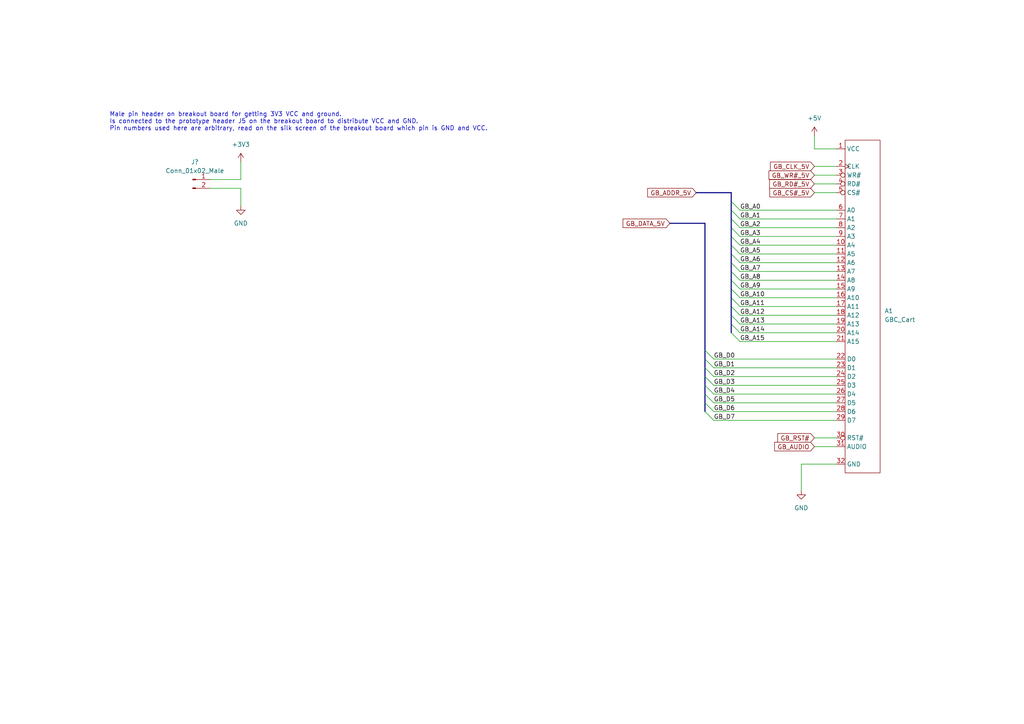
<source format=kicad_sch>
(kicad_sch (version 20211123) (generator eeschema)

  (uuid 369cc968-633b-4660-ba3c-91933ecd848b)

  (paper "A4")

  (title_block
    (title "Power and connectors")
  )

  (lib_symbols
    (symbol "Boards:GBC_Cart" (in_bom no) (on_board yes)
      (property "Reference" "A" (id 0) (at -10.16 13.97 0)
        (effects (font (size 1.27 1.27)))
      )
      (property "Value" "GBC_Cart" (id 1) (at -6.35 11.43 0)
        (effects (font (size 1.27 1.27)))
      )
      (property "Footprint" "Boards:GBC_Cart" (id 2) (at -2.54 8.89 0)
        (effects (font (size 1.27 1.27)) hide)
      )
      (property "Datasheet" "" (id 3) (at -24.13 -36.83 0)
        (effects (font (size 1.27 1.27)) hide)
      )
      (property "ki_keywords" "board gameboy cart cartridge" (id 4) (at 0 0 0)
        (effects (font (size 1.27 1.27)) hide)
      )
      (property "ki_description" "Base board outline and connector pads for GameBoy Color cartridge" (id 5) (at 0 0 0)
        (effects (font (size 1.27 1.27)) hide)
      )
      (symbol "GBC_Cart_0_1"
        (rectangle (start -21.59 54.61) (end -11.43 -41.91)
          (stroke (width 0) (type default) (color 0 0 0 0))
          (fill (type none))
        )
      )
      (symbol "GBC_Cart_1_1"
        (pin power_in line (at -24.13 52.07 0) (length 2.54)
          (name "VCC" (effects (font (size 1.27 1.27))))
          (number "1" (effects (font (size 1.27 1.27))))
        )
        (pin input line (at -24.13 24.13 0) (length 2.54)
          (name "A4" (effects (font (size 1.27 1.27))))
          (number "10" (effects (font (size 1.27 1.27))))
        )
        (pin input line (at -24.13 21.59 0) (length 2.54)
          (name "A5" (effects (font (size 1.27 1.27))))
          (number "11" (effects (font (size 1.27 1.27))))
        )
        (pin input line (at -24.13 19.05 0) (length 2.54)
          (name "A6" (effects (font (size 1.27 1.27))))
          (number "12" (effects (font (size 1.27 1.27))))
        )
        (pin input line (at -24.13 16.51 0) (length 2.54)
          (name "A7" (effects (font (size 1.27 1.27))))
          (number "13" (effects (font (size 1.27 1.27))))
        )
        (pin input line (at -24.13 13.97 0) (length 2.54)
          (name "A8" (effects (font (size 1.27 1.27))))
          (number "14" (effects (font (size 1.27 1.27))))
        )
        (pin input line (at -24.13 11.43 0) (length 2.54)
          (name "A9" (effects (font (size 1.27 1.27))))
          (number "15" (effects (font (size 1.27 1.27))))
        )
        (pin input line (at -24.13 8.89 0) (length 2.54)
          (name "A10" (effects (font (size 1.27 1.27))))
          (number "16" (effects (font (size 1.27 1.27))))
        )
        (pin input line (at -24.13 6.35 0) (length 2.54)
          (name "A11" (effects (font (size 1.27 1.27))))
          (number "17" (effects (font (size 1.27 1.27))))
        )
        (pin input line (at -24.13 3.81 0) (length 2.54)
          (name "A12" (effects (font (size 1.27 1.27))))
          (number "18" (effects (font (size 1.27 1.27))))
        )
        (pin input line (at -24.13 1.27 0) (length 2.54)
          (name "A13" (effects (font (size 1.27 1.27))))
          (number "19" (effects (font (size 1.27 1.27))))
        )
        (pin input clock (at -24.13 46.99 0) (length 2.54)
          (name "CLK" (effects (font (size 1.27 1.27))))
          (number "2" (effects (font (size 1.27 1.27))))
        )
        (pin input line (at -24.13 -1.27 0) (length 2.54)
          (name "A14" (effects (font (size 1.27 1.27))))
          (number "20" (effects (font (size 1.27 1.27))))
        )
        (pin input line (at -24.13 -3.81 0) (length 2.54)
          (name "A15" (effects (font (size 1.27 1.27))))
          (number "21" (effects (font (size 1.27 1.27))))
        )
        (pin bidirectional line (at -24.13 -8.89 0) (length 2.54)
          (name "D0" (effects (font (size 1.27 1.27))))
          (number "22" (effects (font (size 1.27 1.27))))
        )
        (pin bidirectional line (at -24.13 -11.43 0) (length 2.54)
          (name "D1" (effects (font (size 1.27 1.27))))
          (number "23" (effects (font (size 1.27 1.27))))
        )
        (pin bidirectional line (at -24.13 -13.97 0) (length 2.54)
          (name "D2" (effects (font (size 1.27 1.27))))
          (number "24" (effects (font (size 1.27 1.27))))
        )
        (pin bidirectional line (at -24.13 -16.51 0) (length 2.54)
          (name "D3" (effects (font (size 1.27 1.27))))
          (number "25" (effects (font (size 1.27 1.27))))
        )
        (pin bidirectional line (at -24.13 -19.05 0) (length 2.54)
          (name "D4" (effects (font (size 1.27 1.27))))
          (number "26" (effects (font (size 1.27 1.27))))
        )
        (pin bidirectional line (at -24.13 -21.59 0) (length 2.54)
          (name "D5" (effects (font (size 1.27 1.27))))
          (number "27" (effects (font (size 1.27 1.27))))
        )
        (pin bidirectional line (at -24.13 -24.13 0) (length 2.54)
          (name "D6" (effects (font (size 1.27 1.27))))
          (number "28" (effects (font (size 1.27 1.27))))
        )
        (pin bidirectional line (at -24.13 -26.67 0) (length 2.54)
          (name "D7" (effects (font (size 1.27 1.27))))
          (number "29" (effects (font (size 1.27 1.27))))
        )
        (pin input inverted (at -24.13 44.45 0) (length 2.54)
          (name "WR#" (effects (font (size 1.27 1.27))))
          (number "3" (effects (font (size 1.27 1.27))))
        )
        (pin output inverted (at -24.13 -31.75 0) (length 2.54)
          (name "RST#" (effects (font (size 1.27 1.27))))
          (number "30" (effects (font (size 1.27 1.27))))
        )
        (pin output line (at -24.13 -34.29 0) (length 2.54)
          (name "AUDIO" (effects (font (size 1.27 1.27))))
          (number "31" (effects (font (size 1.27 1.27))))
        )
        (pin power_in line (at -24.13 -39.37 0) (length 2.54)
          (name "GND" (effects (font (size 1.27 1.27))))
          (number "32" (effects (font (size 1.27 1.27))))
        )
        (pin input inverted (at -24.13 41.91 0) (length 2.54)
          (name "RD#" (effects (font (size 1.27 1.27))))
          (number "4" (effects (font (size 1.27 1.27))))
        )
        (pin input inverted (at -24.13 39.37 0) (length 2.54)
          (name "CS#" (effects (font (size 1.27 1.27))))
          (number "5" (effects (font (size 1.27 1.27))))
        )
        (pin input line (at -24.13 34.29 0) (length 2.54)
          (name "A0" (effects (font (size 1.27 1.27))))
          (number "6" (effects (font (size 1.27 1.27))))
        )
        (pin input line (at -24.13 31.75 0) (length 2.54)
          (name "A1" (effects (font (size 1.27 1.27))))
          (number "7" (effects (font (size 1.27 1.27))))
        )
        (pin input line (at -24.13 29.21 0) (length 2.54)
          (name "A2" (effects (font (size 1.27 1.27))))
          (number "8" (effects (font (size 1.27 1.27))))
        )
        (pin input line (at -24.13 26.67 0) (length 2.54)
          (name "A3" (effects (font (size 1.27 1.27))))
          (number "9" (effects (font (size 1.27 1.27))))
        )
      )
    )
    (symbol "Connector:Conn_01x02_Male" (pin_names (offset 1.016) hide) (in_bom yes) (on_board yes)
      (property "Reference" "J" (id 0) (at 0 2.54 0)
        (effects (font (size 1.27 1.27)))
      )
      (property "Value" "Conn_01x02_Male" (id 1) (at 0 -5.08 0)
        (effects (font (size 1.27 1.27)))
      )
      (property "Footprint" "" (id 2) (at 0 0 0)
        (effects (font (size 1.27 1.27)) hide)
      )
      (property "Datasheet" "~" (id 3) (at 0 0 0)
        (effects (font (size 1.27 1.27)) hide)
      )
      (property "ki_keywords" "connector" (id 4) (at 0 0 0)
        (effects (font (size 1.27 1.27)) hide)
      )
      (property "ki_description" "Generic connector, single row, 01x02, script generated (kicad-library-utils/schlib/autogen/connector/)" (id 5) (at 0 0 0)
        (effects (font (size 1.27 1.27)) hide)
      )
      (property "ki_fp_filters" "Connector*:*_1x??_*" (id 6) (at 0 0 0)
        (effects (font (size 1.27 1.27)) hide)
      )
      (symbol "Conn_01x02_Male_1_1"
        (polyline
          (pts
            (xy 1.27 -2.54)
            (xy 0.8636 -2.54)
          )
          (stroke (width 0.1524) (type default) (color 0 0 0 0))
          (fill (type none))
        )
        (polyline
          (pts
            (xy 1.27 0)
            (xy 0.8636 0)
          )
          (stroke (width 0.1524) (type default) (color 0 0 0 0))
          (fill (type none))
        )
        (rectangle (start 0.8636 -2.413) (end 0 -2.667)
          (stroke (width 0.1524) (type default) (color 0 0 0 0))
          (fill (type outline))
        )
        (rectangle (start 0.8636 0.127) (end 0 -0.127)
          (stroke (width 0.1524) (type default) (color 0 0 0 0))
          (fill (type outline))
        )
        (pin passive line (at 5.08 0 180) (length 3.81)
          (name "Pin_1" (effects (font (size 1.27 1.27))))
          (number "1" (effects (font (size 1.27 1.27))))
        )
        (pin passive line (at 5.08 -2.54 180) (length 3.81)
          (name "Pin_2" (effects (font (size 1.27 1.27))))
          (number "2" (effects (font (size 1.27 1.27))))
        )
      )
    )
    (symbol "power:+3V3" (power) (pin_names (offset 0)) (in_bom yes) (on_board yes)
      (property "Reference" "#PWR" (id 0) (at 0 -3.81 0)
        (effects (font (size 1.27 1.27)) hide)
      )
      (property "Value" "+3V3" (id 1) (at 0 3.556 0)
        (effects (font (size 1.27 1.27)))
      )
      (property "Footprint" "" (id 2) (at 0 0 0)
        (effects (font (size 1.27 1.27)) hide)
      )
      (property "Datasheet" "" (id 3) (at 0 0 0)
        (effects (font (size 1.27 1.27)) hide)
      )
      (property "ki_keywords" "power-flag" (id 4) (at 0 0 0)
        (effects (font (size 1.27 1.27)) hide)
      )
      (property "ki_description" "Power symbol creates a global label with name \"+3V3\"" (id 5) (at 0 0 0)
        (effects (font (size 1.27 1.27)) hide)
      )
      (symbol "+3V3_0_1"
        (polyline
          (pts
            (xy -0.762 1.27)
            (xy 0 2.54)
          )
          (stroke (width 0) (type default) (color 0 0 0 0))
          (fill (type none))
        )
        (polyline
          (pts
            (xy 0 0)
            (xy 0 2.54)
          )
          (stroke (width 0) (type default) (color 0 0 0 0))
          (fill (type none))
        )
        (polyline
          (pts
            (xy 0 2.54)
            (xy 0.762 1.27)
          )
          (stroke (width 0) (type default) (color 0 0 0 0))
          (fill (type none))
        )
      )
      (symbol "+3V3_1_1"
        (pin power_in line (at 0 0 90) (length 0) hide
          (name "+3V3" (effects (font (size 1.27 1.27))))
          (number "1" (effects (font (size 1.27 1.27))))
        )
      )
    )
    (symbol "power:+5V" (power) (pin_names (offset 0)) (in_bom yes) (on_board yes)
      (property "Reference" "#PWR" (id 0) (at 0 -3.81 0)
        (effects (font (size 1.27 1.27)) hide)
      )
      (property "Value" "+5V" (id 1) (at 0 3.556 0)
        (effects (font (size 1.27 1.27)))
      )
      (property "Footprint" "" (id 2) (at 0 0 0)
        (effects (font (size 1.27 1.27)) hide)
      )
      (property "Datasheet" "" (id 3) (at 0 0 0)
        (effects (font (size 1.27 1.27)) hide)
      )
      (property "ki_keywords" "power-flag" (id 4) (at 0 0 0)
        (effects (font (size 1.27 1.27)) hide)
      )
      (property "ki_description" "Power symbol creates a global label with name \"+5V\"" (id 5) (at 0 0 0)
        (effects (font (size 1.27 1.27)) hide)
      )
      (symbol "+5V_0_1"
        (polyline
          (pts
            (xy -0.762 1.27)
            (xy 0 2.54)
          )
          (stroke (width 0) (type default) (color 0 0 0 0))
          (fill (type none))
        )
        (polyline
          (pts
            (xy 0 0)
            (xy 0 2.54)
          )
          (stroke (width 0) (type default) (color 0 0 0 0))
          (fill (type none))
        )
        (polyline
          (pts
            (xy 0 2.54)
            (xy 0.762 1.27)
          )
          (stroke (width 0) (type default) (color 0 0 0 0))
          (fill (type none))
        )
      )
      (symbol "+5V_1_1"
        (pin power_in line (at 0 0 90) (length 0) hide
          (name "+5V" (effects (font (size 1.27 1.27))))
          (number "1" (effects (font (size 1.27 1.27))))
        )
      )
    )
    (symbol "power:GND" (power) (pin_names (offset 0)) (in_bom yes) (on_board yes)
      (property "Reference" "#PWR" (id 0) (at 0 -6.35 0)
        (effects (font (size 1.27 1.27)) hide)
      )
      (property "Value" "GND" (id 1) (at 0 -3.81 0)
        (effects (font (size 1.27 1.27)))
      )
      (property "Footprint" "" (id 2) (at 0 0 0)
        (effects (font (size 1.27 1.27)) hide)
      )
      (property "Datasheet" "" (id 3) (at 0 0 0)
        (effects (font (size 1.27 1.27)) hide)
      )
      (property "ki_keywords" "power-flag" (id 4) (at 0 0 0)
        (effects (font (size 1.27 1.27)) hide)
      )
      (property "ki_description" "Power symbol creates a global label with name \"GND\" , ground" (id 5) (at 0 0 0)
        (effects (font (size 1.27 1.27)) hide)
      )
      (symbol "GND_0_1"
        (polyline
          (pts
            (xy 0 0)
            (xy 0 -1.27)
            (xy 1.27 -1.27)
            (xy 0 -2.54)
            (xy -1.27 -1.27)
            (xy 0 -1.27)
          )
          (stroke (width 0) (type default) (color 0 0 0 0))
          (fill (type none))
        )
      )
      (symbol "GND_1_1"
        (pin power_in line (at 0 0 270) (length 0) hide
          (name "GND" (effects (font (size 1.27 1.27))))
          (number "1" (effects (font (size 1.27 1.27))))
        )
      )
    )
  )


  (bus_entry (at 212.09 68.58) (size 2.54 2.54)
    (stroke (width 0) (type default) (color 0 0 0 0))
    (uuid 189cc7f3-09c1-4fe7-b067-995a8c0dc887)
  )
  (bus_entry (at 212.09 71.12) (size 2.54 2.54)
    (stroke (width 0) (type default) (color 0 0 0 0))
    (uuid 279b20d8-d318-4f19-91b8-e9ef5a8cc984)
  )
  (bus_entry (at 212.09 76.2) (size 2.54 2.54)
    (stroke (width 0) (type default) (color 0 0 0 0))
    (uuid 2ac83227-8cc0-4acd-acac-a3d18b94a2e0)
  )
  (bus_entry (at 212.09 86.36) (size 2.54 2.54)
    (stroke (width 0) (type default) (color 0 0 0 0))
    (uuid 3aeb9a26-4391-42fa-8adb-fc6da13d385a)
  )
  (bus_entry (at 212.09 91.44) (size 2.54 2.54)
    (stroke (width 0) (type default) (color 0 0 0 0))
    (uuid 5673b53a-d040-4073-96d2-51c2d4442ec3)
  )
  (bus_entry (at 212.09 58.42) (size 2.54 2.54)
    (stroke (width 0) (type default) (color 0 0 0 0))
    (uuid 5a26626b-ab19-4a1d-bc9e-394684fa9050)
  )
  (bus_entry (at 212.09 78.74) (size 2.54 2.54)
    (stroke (width 0) (type default) (color 0 0 0 0))
    (uuid 5c5767c8-6ece-461d-a7ae-632471adcfac)
  )
  (bus_entry (at 204.47 116.84) (size 2.54 2.54)
    (stroke (width 0) (type default) (color 0 0 0 0))
    (uuid 61f4b4d5-859d-4e13-892b-d95d814c09c3)
  )
  (bus_entry (at 212.09 73.66) (size 2.54 2.54)
    (stroke (width 0) (type default) (color 0 0 0 0))
    (uuid 65161cfc-f720-40d1-91af-0796129937c6)
  )
  (bus_entry (at 212.09 93.98) (size 2.54 2.54)
    (stroke (width 0) (type default) (color 0 0 0 0))
    (uuid 7243bf18-7a8f-4819-8bff-e96fd8abeb6c)
  )
  (bus_entry (at 212.09 83.82) (size 2.54 2.54)
    (stroke (width 0) (type default) (color 0 0 0 0))
    (uuid 7d7ceac9-ef7a-41c5-b2f7-18452ec48f39)
  )
  (bus_entry (at 212.09 88.9) (size 2.54 2.54)
    (stroke (width 0) (type default) (color 0 0 0 0))
    (uuid 8a7a27a0-3fe7-4480-bfa0-9140a49373f8)
  )
  (bus_entry (at 204.47 119.38) (size 2.54 2.54)
    (stroke (width 0) (type default) (color 0 0 0 0))
    (uuid 993a02fe-c80f-429c-b2ea-1e6e9cf250bd)
  )
  (bus_entry (at 204.47 109.22) (size 2.54 2.54)
    (stroke (width 0) (type default) (color 0 0 0 0))
    (uuid 9d4b867b-ba54-4a6f-8898-7205dad65688)
  )
  (bus_entry (at 212.09 63.5) (size 2.54 2.54)
    (stroke (width 0) (type default) (color 0 0 0 0))
    (uuid a18824d0-1625-4f69-a4af-0db0cfa90a3a)
  )
  (bus_entry (at 204.47 101.6) (size 2.54 2.54)
    (stroke (width 0) (type default) (color 0 0 0 0))
    (uuid b7160c34-8fc6-4e86-81e9-5fd054305f0a)
  )
  (bus_entry (at 204.47 111.76) (size 2.54 2.54)
    (stroke (width 0) (type default) (color 0 0 0 0))
    (uuid ca42af2b-bb9a-44af-b951-3c118553b194)
  )
  (bus_entry (at 204.47 104.14) (size 2.54 2.54)
    (stroke (width 0) (type default) (color 0 0 0 0))
    (uuid df11e14a-ff27-40ff-b31f-4660e8908346)
  )
  (bus_entry (at 204.47 114.3) (size 2.54 2.54)
    (stroke (width 0) (type default) (color 0 0 0 0))
    (uuid e008ee04-c1ce-495c-b5e5-c04a52a5e95d)
  )
  (bus_entry (at 212.09 66.04) (size 2.54 2.54)
    (stroke (width 0) (type default) (color 0 0 0 0))
    (uuid e3e2bc70-1c2f-49c1-9ca6-87ad997d755e)
  )
  (bus_entry (at 212.09 60.96) (size 2.54 2.54)
    (stroke (width 0) (type default) (color 0 0 0 0))
    (uuid e55fc8f4-000e-41d0-87b0-8a07ee30e260)
  )
  (bus_entry (at 212.09 81.28) (size 2.54 2.54)
    (stroke (width 0) (type default) (color 0 0 0 0))
    (uuid e5d5701e-9019-4e70-8347-3b99493f8c16)
  )
  (bus_entry (at 212.09 96.52) (size 2.54 2.54)
    (stroke (width 0) (type default) (color 0 0 0 0))
    (uuid f6e30ac7-4dd1-45ee-a66d-71c2f70431f2)
  )
  (bus_entry (at 204.47 106.68) (size 2.54 2.54)
    (stroke (width 0) (type default) (color 0 0 0 0))
    (uuid f97b1e52-a153-4426-8ba8-058854b1548d)
  )

  (wire (pts (xy 236.22 127) (xy 242.57 127))
    (stroke (width 0) (type default) (color 0 0 0 0))
    (uuid 013b7c87-c907-42e0-b3a6-15ba4e39ce5d)
  )
  (wire (pts (xy 214.63 66.04) (xy 242.57 66.04))
    (stroke (width 0) (type default) (color 0 0 0 0))
    (uuid 02a78575-7db5-42b8-b68f-7747811548b3)
  )
  (wire (pts (xy 60.96 54.61) (xy 69.85 54.61))
    (stroke (width 0) (type default) (color 0 0 0 0))
    (uuid 049ef857-3c89-4833-b2ea-1d8bad1353ae)
  )
  (wire (pts (xy 207.01 114.3) (xy 242.57 114.3))
    (stroke (width 0) (type default) (color 0 0 0 0))
    (uuid 071164c1-bf7d-4ed3-9140-2c99f44046f7)
  )
  (bus (pts (xy 204.47 116.84) (xy 204.47 119.38))
    (stroke (width 0) (type default) (color 0 0 0 0))
    (uuid 0cb3c3c2-4673-4aac-bb41-1e4bf896d006)
  )
  (bus (pts (xy 212.09 58.42) (xy 212.09 55.88))
    (stroke (width 0) (type default) (color 0 0 0 0))
    (uuid 10561ca9-9583-47a9-8cfc-b3260cfe21a2)
  )

  (wire (pts (xy 214.63 71.12) (xy 242.57 71.12))
    (stroke (width 0) (type default) (color 0 0 0 0))
    (uuid 13bed169-d601-4535-b9b3-70c100d0ce72)
  )
  (bus (pts (xy 212.09 83.82) (xy 212.09 81.28))
    (stroke (width 0) (type default) (color 0 0 0 0))
    (uuid 190d7114-07fb-412b-a815-18a3190f1799)
  )

  (wire (pts (xy 207.01 116.84) (xy 242.57 116.84))
    (stroke (width 0) (type default) (color 0 0 0 0))
    (uuid 1c99845d-a581-4e13-848c-c6a44db45ac9)
  )
  (wire (pts (xy 214.63 86.36) (xy 242.57 86.36))
    (stroke (width 0) (type default) (color 0 0 0 0))
    (uuid 28b82cda-5b04-431f-8775-88b21393bff1)
  )
  (wire (pts (xy 214.63 63.5) (xy 242.57 63.5))
    (stroke (width 0) (type default) (color 0 0 0 0))
    (uuid 2d0e86c6-b53e-46c0-a255-5a8922ed5d68)
  )
  (wire (pts (xy 232.41 142.24) (xy 232.41 134.62))
    (stroke (width 0) (type default) (color 0 0 0 0))
    (uuid 2eb5f7a7-99e8-4a98-8359-8a667efd01b8)
  )
  (bus (pts (xy 204.47 104.14) (xy 204.47 106.68))
    (stroke (width 0) (type default) (color 0 0 0 0))
    (uuid 31e413cb-65f5-47e4-8bca-b43bdaa08667)
  )
  (bus (pts (xy 194.31 64.77) (xy 204.47 64.77))
    (stroke (width 0) (type default) (color 0 0 0 0))
    (uuid 3c15d4cd-754f-4ed5-bacc-37912fc2ca3c)
  )

  (wire (pts (xy 60.96 52.07) (xy 69.85 52.07))
    (stroke (width 0) (type default) (color 0 0 0 0))
    (uuid 41178b73-918c-4674-b2ab-ee1239281777)
  )
  (bus (pts (xy 204.47 114.3) (xy 204.47 116.84))
    (stroke (width 0) (type default) (color 0 0 0 0))
    (uuid 41375ae9-c16e-4771-b74c-77db561461b8)
  )

  (wire (pts (xy 214.63 91.44) (xy 242.57 91.44))
    (stroke (width 0) (type default) (color 0 0 0 0))
    (uuid 4ad3fe2f-a887-486f-bef1-7d51da6b9c73)
  )
  (bus (pts (xy 212.09 76.2) (xy 212.09 73.66))
    (stroke (width 0) (type default) (color 0 0 0 0))
    (uuid 5379aab7-cd68-45f4-858f-7b5de3c34172)
  )
  (bus (pts (xy 204.47 106.68) (xy 204.47 109.22))
    (stroke (width 0) (type default) (color 0 0 0 0))
    (uuid 54a365a4-d204-4f90-93d0-9425df84c156)
  )

  (wire (pts (xy 236.22 43.18) (xy 236.22 39.37))
    (stroke (width 0) (type default) (color 0 0 0 0))
    (uuid 5b228b23-edaa-4982-977a-4210fe50ee48)
  )
  (wire (pts (xy 207.01 104.14) (xy 242.57 104.14))
    (stroke (width 0) (type default) (color 0 0 0 0))
    (uuid 5b638735-b31a-4fd9-92bc-e18790244cf2)
  )
  (bus (pts (xy 204.47 111.76) (xy 204.47 114.3))
    (stroke (width 0) (type default) (color 0 0 0 0))
    (uuid 5b6f9dc1-a612-4287-bb83-f9f280e4fe3a)
  )
  (bus (pts (xy 212.09 86.36) (xy 212.09 83.82))
    (stroke (width 0) (type default) (color 0 0 0 0))
    (uuid 5e1a973a-35b5-42fa-b314-a9318fb15efb)
  )

  (wire (pts (xy 214.63 83.82) (xy 242.57 83.82))
    (stroke (width 0) (type default) (color 0 0 0 0))
    (uuid 64bcdaa0-37df-49fb-a65d-03d7c958fad0)
  )
  (bus (pts (xy 212.09 58.42) (xy 212.09 60.96))
    (stroke (width 0) (type default) (color 0 0 0 0))
    (uuid 6d7e36fa-67c4-434d-bb0c-e515a8462182)
  )
  (bus (pts (xy 204.47 64.77) (xy 204.47 101.6))
    (stroke (width 0) (type default) (color 0 0 0 0))
    (uuid 6db914fb-071d-40fa-928d-01bd694f5eb5)
  )

  (wire (pts (xy 214.63 68.58) (xy 242.57 68.58))
    (stroke (width 0) (type default) (color 0 0 0 0))
    (uuid 75075693-98f2-442e-b80d-8c6e023df80f)
  )
  (wire (pts (xy 214.63 73.66) (xy 242.57 73.66))
    (stroke (width 0) (type default) (color 0 0 0 0))
    (uuid 7870151f-1d4e-49f0-bbff-fc3994227d82)
  )
  (wire (pts (xy 214.63 76.2) (xy 242.57 76.2))
    (stroke (width 0) (type default) (color 0 0 0 0))
    (uuid 7cf5d48a-94f1-486f-8405-7a6c9ed68130)
  )
  (bus (pts (xy 201.93 55.88) (xy 212.09 55.88))
    (stroke (width 0) (type default) (color 0 0 0 0))
    (uuid 7dcf5f39-a563-455d-a782-21e9e2a00f00)
  )
  (bus (pts (xy 212.09 93.98) (xy 212.09 91.44))
    (stroke (width 0) (type default) (color 0 0 0 0))
    (uuid 803269f3-fdcf-4e2c-8c39-f410130983ea)
  )
  (bus (pts (xy 212.09 63.5) (xy 212.09 60.96))
    (stroke (width 0) (type default) (color 0 0 0 0))
    (uuid 8f4966ab-91bc-4905-aa7b-22b57538e203)
  )

  (wire (pts (xy 236.22 48.26) (xy 242.57 48.26))
    (stroke (width 0) (type default) (color 0 0 0 0))
    (uuid 927e537a-53a9-4293-9f95-c81dd9b4abd1)
  )
  (bus (pts (xy 212.09 71.12) (xy 212.09 68.58))
    (stroke (width 0) (type default) (color 0 0 0 0))
    (uuid 985d3db2-1241-4cda-bf07-1a70c52c965d)
  )

  (wire (pts (xy 214.63 93.98) (xy 242.57 93.98))
    (stroke (width 0) (type default) (color 0 0 0 0))
    (uuid 9875d949-0e86-41a5-ba9d-e33e461da157)
  )
  (wire (pts (xy 69.85 46.99) (xy 69.85 52.07))
    (stroke (width 0) (type default) (color 0 0 0 0))
    (uuid 98dbc464-dfb3-4825-a944-25fa2763c08d)
  )
  (wire (pts (xy 207.01 109.22) (xy 242.57 109.22))
    (stroke (width 0) (type default) (color 0 0 0 0))
    (uuid a05d757a-52fa-4ced-b593-5dee6ce0030e)
  )
  (bus (pts (xy 212.09 68.58) (xy 212.09 66.04))
    (stroke (width 0) (type default) (color 0 0 0 0))
    (uuid a0cda999-14b5-4968-84b0-b92f80056d70)
  )

  (wire (pts (xy 242.57 43.18) (xy 236.22 43.18))
    (stroke (width 0) (type default) (color 0 0 0 0))
    (uuid ac3bc0b0-6840-4e70-aca3-c6d5cea22fbe)
  )
  (bus (pts (xy 212.09 96.52) (xy 212.09 93.98))
    (stroke (width 0) (type default) (color 0 0 0 0))
    (uuid ae64d8f3-440f-464e-a782-a7746ec37dd6)
  )

  (wire (pts (xy 236.22 129.54) (xy 242.57 129.54))
    (stroke (width 0) (type default) (color 0 0 0 0))
    (uuid b0f9c030-77f6-4d5b-8bce-d8f2fb79106b)
  )
  (wire (pts (xy 236.22 53.34) (xy 242.57 53.34))
    (stroke (width 0) (type default) (color 0 0 0 0))
    (uuid b1893ef8-f675-43fc-be99-cd2507bca312)
  )
  (wire (pts (xy 232.41 134.62) (xy 242.57 134.62))
    (stroke (width 0) (type default) (color 0 0 0 0))
    (uuid b9d70f34-7c64-45b3-8f3b-92179356ed44)
  )
  (wire (pts (xy 214.63 96.52) (xy 242.57 96.52))
    (stroke (width 0) (type default) (color 0 0 0 0))
    (uuid bd094400-6e7e-40c8-88aa-eefd812e39cc)
  )
  (wire (pts (xy 207.01 119.38) (xy 242.57 119.38))
    (stroke (width 0) (type default) (color 0 0 0 0))
    (uuid c5fdb7ac-85a3-4be1-b56e-f814f5544cbf)
  )
  (wire (pts (xy 207.01 106.68) (xy 242.57 106.68))
    (stroke (width 0) (type default) (color 0 0 0 0))
    (uuid c6f761ae-aec8-47bd-a15b-96aadd04470f)
  )
  (wire (pts (xy 214.63 81.28) (xy 242.57 81.28))
    (stroke (width 0) (type default) (color 0 0 0 0))
    (uuid cb5d7037-f21a-4307-aa04-4346c96d8d98)
  )
  (wire (pts (xy 214.63 60.96) (xy 242.57 60.96))
    (stroke (width 0) (type default) (color 0 0 0 0))
    (uuid d0e2e579-ba89-4c09-a8aa-3b54a204c6cb)
  )
  (wire (pts (xy 214.63 99.06) (xy 242.57 99.06))
    (stroke (width 0) (type default) (color 0 0 0 0))
    (uuid d10da399-dc95-4e04-891a-cdb595bc9941)
  )
  (wire (pts (xy 236.22 55.88) (xy 242.57 55.88))
    (stroke (width 0) (type default) (color 0 0 0 0))
    (uuid d2b1d928-0541-4447-a1d3-e6662258fd60)
  )
  (wire (pts (xy 236.22 50.8) (xy 242.57 50.8))
    (stroke (width 0) (type default) (color 0 0 0 0))
    (uuid d3107ef1-89b4-4af8-8511-22495581a99a)
  )
  (wire (pts (xy 69.85 54.61) (xy 69.85 59.69))
    (stroke (width 0) (type default) (color 0 0 0 0))
    (uuid d423e15f-fdb6-4ef3-a443-9ebf933db9dd)
  )
  (bus (pts (xy 212.09 88.9) (xy 212.09 86.36))
    (stroke (width 0) (type default) (color 0 0 0 0))
    (uuid d6672546-926e-4d99-a993-c6b6f37774e9)
  )
  (bus (pts (xy 204.47 109.22) (xy 204.47 111.76))
    (stroke (width 0) (type default) (color 0 0 0 0))
    (uuid d9bd524f-215a-433c-b624-77986abb1695)
  )

  (wire (pts (xy 207.01 121.92) (xy 242.57 121.92))
    (stroke (width 0) (type default) (color 0 0 0 0))
    (uuid db6dfb9d-1c85-4320-aa35-be0adfb88dc5)
  )
  (bus (pts (xy 212.09 73.66) (xy 212.09 71.12))
    (stroke (width 0) (type default) (color 0 0 0 0))
    (uuid dfaf11c3-ace6-48e3-85bd-72137fc6f393)
  )
  (bus (pts (xy 204.47 101.6) (xy 204.47 104.14))
    (stroke (width 0) (type default) (color 0 0 0 0))
    (uuid e2c0bd34-a007-4c97-a33a-0c6afbd500c2)
  )
  (bus (pts (xy 212.09 78.74) (xy 212.09 76.2))
    (stroke (width 0) (type default) (color 0 0 0 0))
    (uuid e342030b-2c90-45a0-ac7b-6ae9e8e93fc9)
  )
  (bus (pts (xy 212.09 81.28) (xy 212.09 78.74))
    (stroke (width 0) (type default) (color 0 0 0 0))
    (uuid eb93759a-169f-422a-abb2-16305e980ce8)
  )

  (wire (pts (xy 214.63 78.74) (xy 242.57 78.74))
    (stroke (width 0) (type default) (color 0 0 0 0))
    (uuid ee4970b1-f439-4c11-9a72-4282be4dd4d3)
  )
  (wire (pts (xy 207.01 111.76) (xy 242.57 111.76))
    (stroke (width 0) (type default) (color 0 0 0 0))
    (uuid ef8a46f2-262c-4f9f-bf79-5c5dd099886e)
  )
  (wire (pts (xy 214.63 88.9) (xy 242.57 88.9))
    (stroke (width 0) (type default) (color 0 0 0 0))
    (uuid efee7332-9835-44f9-a57f-afd8c41d7573)
  )
  (bus (pts (xy 212.09 66.04) (xy 212.09 63.5))
    (stroke (width 0) (type default) (color 0 0 0 0))
    (uuid f4b57b58-0f97-4ffe-bea4-426e488b450b)
  )
  (bus (pts (xy 212.09 91.44) (xy 212.09 88.9))
    (stroke (width 0) (type default) (color 0 0 0 0))
    (uuid f9567ec3-f634-4d7c-b0f0-bd718035527f)
  )

  (text "Male pin header on breakout board for getting 3V3 VCC and ground.\nIs connected to the prototype header J5 on the breakout board to distribute VCC and GND.\nPin numbers used here are arbitrary, read on the silk screen of the breakout board which pin is GND and VCC."
    (at 31.75 38.1 0)
    (effects (font (size 1.27 1.27)) (justify left bottom))
    (uuid 7f0062b4-e7f2-4234-af31-125472e340b7)
  )

  (label "GB_D1" (at 207.01 106.68 0)
    (effects (font (size 1.27 1.27)) (justify left bottom))
    (uuid 1db9304e-61da-427f-a7ce-ab4ee2317402)
  )
  (label "GB_D6" (at 207.01 119.38 0)
    (effects (font (size 1.27 1.27)) (justify left bottom))
    (uuid 237dc1d2-682d-40ec-8fd3-bcf1799cf1e0)
  )
  (label "GB_A2" (at 214.63 66.04 0)
    (effects (font (size 1.27 1.27)) (justify left bottom))
    (uuid 388dd820-af61-456b-8a43-9e20ab62bde4)
  )
  (label "GB_D0" (at 207.01 104.14 0)
    (effects (font (size 1.27 1.27)) (justify left bottom))
    (uuid 445cb79c-eaf1-4682-922d-a94ebab20842)
  )
  (label "GB_A4" (at 214.63 71.12 0)
    (effects (font (size 1.27 1.27)) (justify left bottom))
    (uuid 4ae01fd0-9f79-4c04-84d8-9c9191677419)
  )
  (label "GB_A11" (at 214.63 88.9 0)
    (effects (font (size 1.27 1.27)) (justify left bottom))
    (uuid 5413cfb2-f01c-497a-8227-7c9b29df3e1a)
  )
  (label "GB_D7" (at 207.01 121.92 0)
    (effects (font (size 1.27 1.27)) (justify left bottom))
    (uuid 5b43f371-ac2c-4267-a700-0d40a5329d4e)
  )
  (label "GB_A10" (at 214.63 86.36 0)
    (effects (font (size 1.27 1.27)) (justify left bottom))
    (uuid 5bf402bc-325c-419f-adc4-479035655e2e)
  )
  (label "GB_A12" (at 214.63 91.44 0)
    (effects (font (size 1.27 1.27)) (justify left bottom))
    (uuid 5e8c482b-e1ba-450f-a13b-e28c39c6c078)
  )
  (label "GB_A14" (at 214.63 96.52 0)
    (effects (font (size 1.27 1.27)) (justify left bottom))
    (uuid 71c484e9-29b3-4751-97a3-726d1caef7aa)
  )
  (label "GB_A8" (at 214.63 81.28 0)
    (effects (font (size 1.27 1.27)) (justify left bottom))
    (uuid 887e4702-80ce-4ea5-a1ed-93a260ddaf3c)
  )
  (label "GB_D4" (at 207.01 114.3 0)
    (effects (font (size 1.27 1.27)) (justify left bottom))
    (uuid 93d59c39-5a13-4b1e-a364-b512752e523c)
  )
  (label "GB_D3" (at 207.01 111.76 0)
    (effects (font (size 1.27 1.27)) (justify left bottom))
    (uuid 99ea5ceb-ae4f-450a-b206-cf439badadc9)
  )
  (label "GB_A13" (at 214.63 93.98 0)
    (effects (font (size 1.27 1.27)) (justify left bottom))
    (uuid 9ae7e90e-6fd3-4b50-8a4d-be1c01d742b0)
  )
  (label "GB_A5" (at 214.63 73.66 0)
    (effects (font (size 1.27 1.27)) (justify left bottom))
    (uuid 9d28b25e-35fd-485d-b931-7a619bf63b98)
  )
  (label "GB_D5" (at 207.01 116.84 0)
    (effects (font (size 1.27 1.27)) (justify left bottom))
    (uuid a55f1041-5f6f-49a8-ba9c-386bf38dc5c6)
  )
  (label "GB_A7" (at 214.63 78.74 0)
    (effects (font (size 1.27 1.27)) (justify left bottom))
    (uuid aa76dff8-db34-41fa-9282-5a6d871ed5e3)
  )
  (label "GB_D2" (at 207.01 109.22 0)
    (effects (font (size 1.27 1.27)) (justify left bottom))
    (uuid b4b671df-f5de-4c07-a389-ed45d9f3361a)
  )
  (label "GB_A3" (at 214.63 68.58 0)
    (effects (font (size 1.27 1.27)) (justify left bottom))
    (uuid b78426fa-5b9a-4e01-9a5a-de73ef631531)
  )
  (label "GB_A9" (at 214.63 83.82 0)
    (effects (font (size 1.27 1.27)) (justify left bottom))
    (uuid be266a62-8ad5-4e3c-9ab2-ee49a89e752e)
  )
  (label "GB_A0" (at 214.63 60.96 0)
    (effects (font (size 1.27 1.27)) (justify left bottom))
    (uuid d73fa900-a60a-4e94-9a1a-764b631278b4)
  )
  (label "GB_A6" (at 214.63 76.2 0)
    (effects (font (size 1.27 1.27)) (justify left bottom))
    (uuid ed862a57-ca0d-47d2-bf60-40e28b3f20d6)
  )
  (label "GB_A1" (at 214.63 63.5 0)
    (effects (font (size 1.27 1.27)) (justify left bottom))
    (uuid ef148378-77e9-4694-8297-a5655c6353c6)
  )
  (label "GB_A15" (at 214.63 99.06 0)
    (effects (font (size 1.27 1.27)) (justify left bottom))
    (uuid febe179f-0aa3-412f-a0fa-2a4c9bcf4015)
  )

  (global_label "GB_CLK_5V" (shape input) (at 236.22 48.26 180) (fields_autoplaced)
    (effects (font (size 1.27 1.27)) (justify right))
    (uuid 1544bd86-3417-44f1-a543-3f1484cff4b7)
    (property "Intersheet References" "${INTERSHEET_REFS}" (id 0) (at 223.4655 48.1806 0)
      (effects (font (size 1.27 1.27)) (justify right) hide)
    )
  )
  (global_label "GB_RST#" (shape input) (at 236.22 127 180) (fields_autoplaced)
    (effects (font (size 1.27 1.27)) (justify right))
    (uuid 177eeabc-1672-4d37-87e3-540e9bb9a29f)
    (property "Intersheet References" "${INTERSHEET_REFS}" (id 0) (at 225.5821 126.9206 0)
      (effects (font (size 1.27 1.27)) (justify right) hide)
    )
  )
  (global_label "GB_RD#_5V" (shape input) (at 236.22 53.34 180) (fields_autoplaced)
    (effects (font (size 1.27 1.27)) (justify right))
    (uuid 2f7f4ed4-3df8-42c4-8c67-842e0153b7b0)
    (property "Intersheet References" "${INTERSHEET_REFS}" (id 0) (at 223.2236 53.2606 0)
      (effects (font (size 1.27 1.27)) (justify right) hide)
    )
  )
  (global_label "GB_ADDR_5V" (shape input) (at 201.93 55.88 180) (fields_autoplaced)
    (effects (font (size 1.27 1.27)) (justify right))
    (uuid 57a6191f-ae14-4a61-b092-6f468d1e32eb)
    (property "Intersheet References" "${INTERSHEET_REFS}" (id 0) (at 187.845 55.8006 0)
      (effects (font (size 1.27 1.27)) (justify right) hide)
    )
  )
  (global_label "GB_DATA_5V" (shape input) (at 194.31 64.77 180) (fields_autoplaced)
    (effects (font (size 1.27 1.27)) (justify right))
    (uuid 8d64b386-18de-42f5-bc32-b3927969cf8b)
    (property "Intersheet References" "${INTERSHEET_REFS}" (id 0) (at 180.7088 64.6906 0)
      (effects (font (size 1.27 1.27)) (justify right) hide)
    )
  )
  (global_label "GB_WR#_5V" (shape input) (at 236.22 50.8 180) (fields_autoplaced)
    (effects (font (size 1.27 1.27)) (justify right))
    (uuid deaaa64c-774c-4a24-93a6-a159e7ce6630)
    (property "Intersheet References" "${INTERSHEET_REFS}" (id 0) (at 223.0421 50.7206 0)
      (effects (font (size 1.27 1.27)) (justify right) hide)
    )
  )
  (global_label "GB_CS#_5V" (shape input) (at 236.22 55.88 180) (fields_autoplaced)
    (effects (font (size 1.27 1.27)) (justify right))
    (uuid e48c3466-8d60-48cc-aef1-63f647547dd7)
    (property "Intersheet References" "${INTERSHEET_REFS}" (id 0) (at 223.284 55.8006 0)
      (effects (font (size 1.27 1.27)) (justify right) hide)
    )
  )
  (global_label "GB_AUDIO" (shape input) (at 236.22 129.54 180) (fields_autoplaced)
    (effects (font (size 1.27 1.27)) (justify right))
    (uuid e882924e-f5e8-48b0-abbd-e9fe7c17405a)
    (property "Intersheet References" "${INTERSHEET_REFS}" (id 0) (at 224.675 129.4606 0)
      (effects (font (size 1.27 1.27)) (justify right) hide)
    )
  )

  (symbol (lib_id "Connector:Conn_01x02_Male") (at 55.88 52.07 0)
    (in_bom yes) (on_board yes) (fields_autoplaced)
    (uuid 1a03c680-6df4-4ad6-b0ee-2551be034eac)
    (property "Reference" "J?" (id 0) (at 56.515 46.99 0))
    (property "Value" "Conn_01x02_Male" (id 1) (at 56.515 49.53 0))
    (property "Footprint" "" (id 2) (at 55.88 52.07 0)
      (effects (font (size 1.27 1.27)) hide)
    )
    (property "Datasheet" "~" (id 3) (at 55.88 52.07 0)
      (effects (font (size 1.27 1.27)) hide)
    )
    (pin "1" (uuid 9a41df4f-21a0-4efa-a231-f46f4fadc7ae))
    (pin "2" (uuid 4a03f3db-5fbe-4bf4-a07b-aff4578351d7))
  )

  (symbol (lib_id "power:+3V3") (at 69.85 46.99 0)
    (in_bom yes) (on_board yes) (fields_autoplaced)
    (uuid 48f63417-89ea-43f1-bde1-be55b2c90123)
    (property "Reference" "#PWR?" (id 0) (at 69.85 50.8 0)
      (effects (font (size 1.27 1.27)) hide)
    )
    (property "Value" "+3V3" (id 1) (at 69.85 41.91 0))
    (property "Footprint" "" (id 2) (at 69.85 46.99 0)
      (effects (font (size 1.27 1.27)) hide)
    )
    (property "Datasheet" "" (id 3) (at 69.85 46.99 0)
      (effects (font (size 1.27 1.27)) hide)
    )
    (pin "1" (uuid e3bfc087-45ae-496a-99ff-63f3592591cb))
  )

  (symbol (lib_id "Boards:GBC_Cart") (at 266.7 95.25 0)
    (in_bom no) (on_board yes)
    (uuid 69b6419d-0162-44a2-b441-9c8586353b81)
    (property "Reference" "A1" (id 0) (at 256.54 90.17 0)
      (effects (font (size 1.27 1.27)) (justify left))
    )
    (property "Value" "GBC_Cart" (id 1) (at 256.54 92.71 0)
      (effects (font (size 1.27 1.27)) (justify left))
    )
    (property "Footprint" "Boards:GBC_Cart" (id 2) (at 288.29 91.44 0)
      (effects (font (size 1.27 1.27)) hide)
    )
    (property "Datasheet" "" (id 3) (at 266.7 55.88 0)
      (effects (font (size 1.27 1.27)) hide)
    )
    (pin "1" (uuid c7fb4052-b2f3-414b-9022-1002857c7b20))
    (pin "10" (uuid 0496a9a9-4976-47d0-86e5-c35954c5e21f))
    (pin "11" (uuid 8321672c-25ae-4398-afa7-d08b73771ecc))
    (pin "12" (uuid 30831786-e7f7-42ee-ace8-29c6b79d71c4))
    (pin "13" (uuid 2360c010-534d-4c2a-89a6-64ef80cfb306))
    (pin "14" (uuid 42371290-b9b7-45f4-bc3d-cf8270f4e19f))
    (pin "15" (uuid 71241d88-b593-454f-90e5-cfd0da28cf7b))
    (pin "16" (uuid 4e56bf3c-2877-4c28-9b22-d04b32fe82f0))
    (pin "17" (uuid f49dcc91-df9c-42de-9943-567417152e68))
    (pin "18" (uuid 92a5f72d-5831-4328-8d8e-9498995f2422))
    (pin "19" (uuid 68fb588a-137e-401e-bed7-d7a08b0bf568))
    (pin "2" (uuid ef25fc2d-4c35-420b-94d4-0d2b6fa4db34))
    (pin "20" (uuid 678554fc-78bb-46d3-be5b-a3bf047e2c40))
    (pin "21" (uuid e08a6d78-2708-4aa7-8d73-356cb6e05a23))
    (pin "22" (uuid 35c24190-7f97-4b69-a95d-58026fab6c5e))
    (pin "23" (uuid dffdb61d-28a7-4819-ac00-fa25fe25b206))
    (pin "24" (uuid 70dab9db-4af5-4615-856a-c09d7187fd2f))
    (pin "25" (uuid aaf335ae-e332-42de-9626-b7144d39b94b))
    (pin "26" (uuid c4cf7788-8baf-476f-addd-eb48d1a841ae))
    (pin "27" (uuid 01ec882e-a331-4ef2-af01-36650c584ad3))
    (pin "28" (uuid 2d256367-eaa1-4221-a4a3-5cfc99ef1837))
    (pin "29" (uuid 9bd41b84-e0a2-446f-9a79-6d1cc0de0b4d))
    (pin "3" (uuid cd176b25-5d92-420b-bdb1-a6dfcfb2fd5d))
    (pin "30" (uuid f7812310-0873-4d81-bd15-a48ac8ecd901))
    (pin "31" (uuid b1db7c52-b7be-4b26-85c8-19a9e40f526d))
    (pin "32" (uuid 4ba5f125-111d-4112-8b1b-4e16ac7d4acf))
    (pin "4" (uuid bbfbe284-5c76-4966-9a56-64d062d34ab1))
    (pin "5" (uuid a3dede9e-55e9-4378-8583-3222dc922540))
    (pin "6" (uuid 076cf6da-0066-4818-83c1-1007442ce550))
    (pin "7" (uuid 0ccfb86d-436b-4199-a4db-41204b7a0d1a))
    (pin "8" (uuid 0d9f07f0-2e24-438e-ba49-6feb500a0ae7))
    (pin "9" (uuid d27c02c2-9963-4a18-bee9-e6fa5328477e))
  )

  (symbol (lib_id "power:GND") (at 232.41 142.24 0)
    (in_bom yes) (on_board yes) (fields_autoplaced)
    (uuid 7cf6f9a0-0728-4a71-856e-276f9fc40dce)
    (property "Reference" "#PWR?" (id 0) (at 232.41 148.59 0)
      (effects (font (size 1.27 1.27)) hide)
    )
    (property "Value" "GND" (id 1) (at 232.41 147.32 0))
    (property "Footprint" "" (id 2) (at 232.41 142.24 0)
      (effects (font (size 1.27 1.27)) hide)
    )
    (property "Datasheet" "" (id 3) (at 232.41 142.24 0)
      (effects (font (size 1.27 1.27)) hide)
    )
    (pin "1" (uuid 72ec7b41-3374-4321-8763-a7236f020ef3))
  )

  (symbol (lib_id "power:+5V") (at 236.22 39.37 0)
    (in_bom yes) (on_board yes) (fields_autoplaced)
    (uuid b179704e-90e3-42d6-992f-4b76e42ab765)
    (property "Reference" "#PWR?" (id 0) (at 236.22 43.18 0)
      (effects (font (size 1.27 1.27)) hide)
    )
    (property "Value" "+5V" (id 1) (at 236.22 34.29 0))
    (property "Footprint" "" (id 2) (at 236.22 39.37 0)
      (effects (font (size 1.27 1.27)) hide)
    )
    (property "Datasheet" "" (id 3) (at 236.22 39.37 0)
      (effects (font (size 1.27 1.27)) hide)
    )
    (pin "1" (uuid 87f4eb31-c9fd-4bdf-acd4-255df3aad782))
  )

  (symbol (lib_id "power:GND") (at 69.85 59.69 0)
    (in_bom yes) (on_board yes) (fields_autoplaced)
    (uuid fec15d96-7803-4d46-b8e1-e309a8c7f081)
    (property "Reference" "#PWR?" (id 0) (at 69.85 66.04 0)
      (effects (font (size 1.27 1.27)) hide)
    )
    (property "Value" "GND" (id 1) (at 69.85 64.77 0))
    (property "Footprint" "" (id 2) (at 69.85 59.69 0)
      (effects (font (size 1.27 1.27)) hide)
    )
    (property "Datasheet" "" (id 3) (at 69.85 59.69 0)
      (effects (font (size 1.27 1.27)) hide)
    )
    (pin "1" (uuid d4f2e1fe-57d5-421e-a6d7-c5d52a408ef2))
  )
)

</source>
